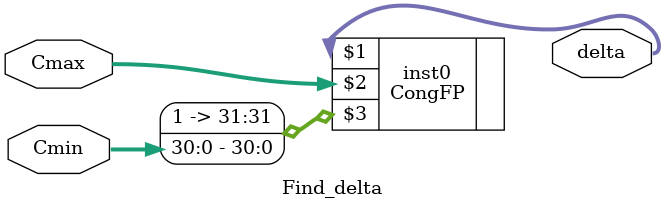
<source format=v>
module Find_delta(delta, Cmax, Cmin);
output [31:0] delta;
input [31:0] Cmax, Cmin;

CongFP inst0(delta, Cmax, {1'b1, {Cmin[30:0]}});

endmodule
</source>
